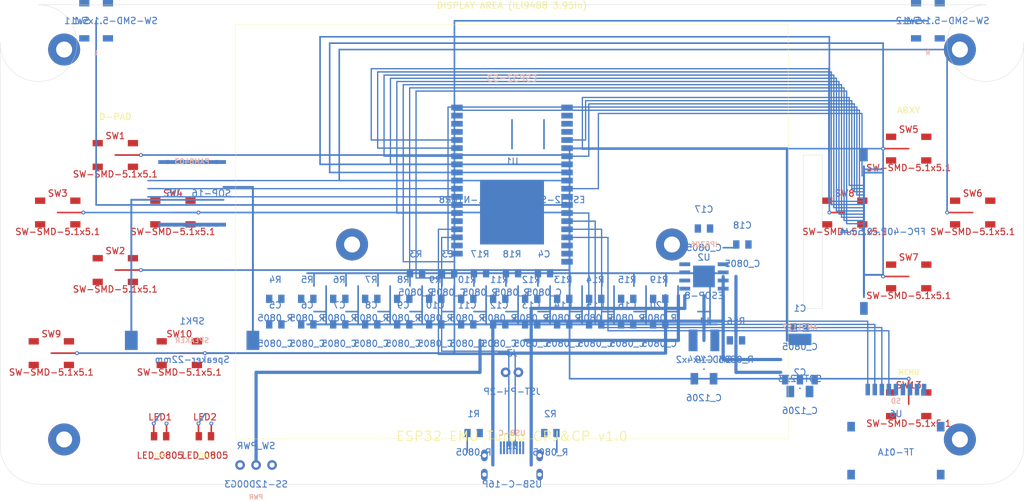
<source format=kicad_pcb>
(kicad_pcb (version 20241229) (generator "pcbnew") (generator_version "9.0")
  (layers (0 "F.Cu" signal) (4 "In1.Cu" signal) (6 "In2.Cu" signal) (2 "B.Cu" signal) (13 "F.Paste" user) (15 "B.Paste" user) (5 "F.SilkS" user "F.Silkscreen") (7 "B.SilkS" user "B.Silkscreen") (1 "F.Mask" user) (3 "B.Mask" user) (25 "Edge.Cuts" user))
  (net 0 "")
  (net 1 "GND")
  (net 2 "VBUS")
  (net 3 "+5V")
  (net 4 "+3V3")
  (net 5 "BAT+")
  (net 6 "LCD_D0")
  (net 7 "LCD_D1")
  (net 8 "LCD_D2")
  (net 9 "LCD_D3")
  (net 10 "LCD_D4")
  (net 11 "LCD_D5")
  (net 12 "LCD_D6")
  (net 13 "LCD_D7")
  (net 14 "LCD_CS")
  (net 15 "LCD_RST")
  (net 16 "LCD_DC")
  (net 17 "LCD_WR")
  (net 18 "LCD_RD")
  (net 19 "LCD_BL")
  (net 20 "SD_MOSI")
  (net 21 "SD_MISO")
  (net 22 "SD_CLK")
  (net 23 "SD_CS")
  (net 24 "I2S_BCLK")
  (net 25 "I2S_LRCK")
  (net 26 "I2S_DOUT")
  (net 27 "BTN_UP")
  (net 28 "BTN_DOWN")
  (net 29 "BTN_LEFT")
  (net 30 "BTN_RIGHT")
  (net 31 "BTN_A")
  (net 32 "BTN_B")
  (net 33 "BTN_X")
  (net 34 "BTN_Y")
  (net 35 "BTN_START")
  (net 36 "BTN_SELECT")
  (net 37 "BTN_L")
  (net 38 "BTN_R")
  (net 39 "BTN_MENU")
  (net 40 "USB_D+")
  (net 41 "USB_D-")
  (net 42 "SPK+")
  (net 43 "SPK-")
  (net 44 "JOY_X")
  (net 45 "JOY_Y")
  (gr_line (start 6.0 0) (end 154.0 0) (stroke (width 0.05)) (layer "Edge.Cuts"))
  (gr_line (start 160.0 6.0) (end 160.0 69.0) (stroke (width 0.05)) (layer "Edge.Cuts"))
  (gr_line (start 154.0 75.0) (end 6.0 75.0) (stroke (width 0.05)) (layer "Edge.Cuts"))
  (gr_line (start 0 69.0) (end 0 6.0) (stroke (width 0.05)) (layer "Edge.Cuts"))
  (gr_arc (start 0 6.0) (mid 10.242640687119284 1.7573593128807143) (end 6.0 0) (stroke (width 0.05)) (layer "Edge.Cuts"))
  (gr_arc (start 154.0 0) (mid 158.2426406871193 10.242640687119284) (end 160.0 6.0) (stroke (width 0.05)) (layer "Edge.Cuts"))
  (gr_arc (start 160.0 69.0) (mid 158.2426406871193 73.24264068711929) (end 154.0 75.0) (stroke (width 0.05)) (layer "Edge.Cuts"))
  (gr_arc (start 6.0 75.0) (mid 1.7573593128807143 73.24264068711929) (end 0 69.0) (stroke (width 0.05)) (layer "Edge.Cuts"))
  (gr_line (start 125.5 23.5) (end 128.5 23.5) (stroke (width 0.05)) (layer "Edge.Cuts"))
  (gr_line (start 128.5 23.5) (end 128.5 47.5) (stroke (width 0.05)) (layer "Edge.Cuts"))
  (gr_line (start 128.5 47.5) (end 125.5 47.5) (stroke (width 0.05)) (layer "Edge.Cuts"))
  (gr_line (start 125.5 47.5) (end 125.5 23.5) (stroke (width 0.05)) (layer "Edge.Cuts"))
  (footprint "MountingHole:MountingHole_2.5mm" (layer "F.Cu") (at 10.0 7.0)
    (property "Reference" "")
    (property "Value" "")
  )
  (footprint "MountingHole:MountingHole_2.5mm" (layer "F.Cu") (at 150.0 7.0)
    (property "Reference" "")
    (property "Value" "")
  )
  (footprint "MountingHole:MountingHole_2.5mm" (layer "F.Cu") (at 10.0 68.0)
    (property "Reference" "")
    (property "Value" "")
  )
  (footprint "MountingHole:MountingHole_2.5mm" (layer "F.Cu") (at 150.0 68.0)
    (property "Reference" "")
    (property "Value" "")
  )
  (footprint "MountingHole:MountingHole_2.5mm" (layer "F.Cu") (at 55.0 37.5)
    (property "Reference" "")
    (property "Value" "")
  )
  (footprint "MountingHole:MountingHole_2.5mm" (layer "F.Cu") (at 105.0 37.5)
    (property "Reference" "")
    (property "Value" "")
  )
  (gr_line (start 36.8 3.1000000000000014) (end 123.2 3.1000000000000014) (stroke (width 0.05)) (layer "F.SilkS"))
  (gr_line (start 123.2 3.1000000000000014) (end 123.2 67.9) (stroke (width 0.05)) (layer "F.SilkS"))
  (gr_line (start 123.2 67.9) (end 36.8 67.9) (stroke (width 0.05)) (layer "F.SilkS"))
  (gr_line (start 36.8 67.9) (end 36.8 3.1000000000000014) (stroke (width 0.05)) (layer "F.SilkS"))
  (gr_text "DISPLAY AREA (ILI9488 3.95in)" (at 80.0 0.10000000000000142) (layer "F.SilkS") (effects (font (size 1.0 1.0))))
  (gr_text "ESP32 EMU Turbo CPJ&CP v1.0" (at 80.0 67.5) (layer "F.SilkS") (effects (font (size 1.5 1.5))))
  (gr_text "D-PAD" (at 18.0 17.5) (layer "F.SilkS") (effects (font (size 1.0 1.0))))
  (gr_text "ABXY" (at 142.0 16.5) (layer "F.SilkS") (effects (font (size 1.0 1.0))))
  (gr_text "MENU" (at 142.0 57.5) (layer "F.SilkS") (effects (font (size 0.8 0.8))))
  (gr_text "CHG" (at 25.0 70.5) (layer "F.SilkS") (effects (font (size 0.6 0.6))))
  (gr_text "FULL" (at 32.0 70.5) (layer "F.SilkS") (effects (font (size 0.6 0.6))))
  (gr_text "ESP32-S3" (at 80.0 11.5) (layer "B.SilkS") (effects (font (size 1.0 1.0)) (justify mirror)))
  (gr_text "IP5306" (at 110.0 37.5) (layer "B.SilkS") (effects (font (size 0.8 0.8)) (justify mirror)))
  (gr_text "AMS1117" (at 125.0 50.5) (layer "B.SilkS") (effects (font (size 0.8 0.8)) (justify mirror)))
  (gr_text "PAM8403" (at 30.0 24.5) (layer "B.SilkS") (effects (font (size 0.8 0.8)) (justify mirror)))
  (gr_text "USB-C" (at 80.0 67.0) (layer "B.SilkS") (effects (font (size 0.8 0.8)) (justify mirror)))
  (gr_text "SD" (at 140.0 62.0) (layer "B.SilkS") (effects (font (size 0.8 0.8)) (justify mirror)))
  (gr_text "PWR" (at 40.0 77.0) (layer "B.SilkS") (effects (font (size 0.7 0.7)) (justify mirror)))
  (gr_text "SPEAKER" (at 30.0 52.5) (layer "B.SilkS") (effects (font (size 0.8 0.8)) (justify mirror)))
  (gr_text "L" (at 15.0 7.5) (layer "B.SilkS") (effects (font (size 0.7 0.7)) (justify mirror)))
  (gr_text "R" (at 145.0 7.5) (layer "B.SilkS") (effects (font (size 0.7 0.7)) (justify mirror)))
  (footprint "SW-SMD-5.1x5.1" (at 18.0 23.5 0) (layer "F.Cu")
    (property "Reference" "SW1")
    (property "Value" "SW-SMD-5.1x5.1")
  )
  (footprint "SW-SMD-5.1x5.1" (at 18.0 41.5 0) (layer "F.Cu")
    (property "Reference" "SW2")
    (property "Value" "SW-SMD-5.1x5.1")
  )
  (footprint "SW-SMD-5.1x5.1" (at 9.0 32.5 0) (layer "F.Cu")
    (property "Reference" "SW3")
    (property "Value" "SW-SMD-5.1x5.1")
  )
  (footprint "SW-SMD-5.1x5.1" (at 27.0 32.5 0) (layer "F.Cu")
    (property "Reference" "SW4")
    (property "Value" "SW-SMD-5.1x5.1")
  )
  (footprint "SW-SMD-5.1x5.1" (at 142.0 22.5 0) (layer "F.Cu")
    (property "Reference" "SW5")
    (property "Value" "SW-SMD-5.1x5.1")
  )
  (footprint "SW-SMD-5.1x5.1" (at 152.0 32.5 0) (layer "F.Cu")
    (property "Reference" "SW6")
    (property "Value" "SW-SMD-5.1x5.1")
  )
  (footprint "SW-SMD-5.1x5.1" (at 142.0 42.5 0) (layer "F.Cu")
    (property "Reference" "SW7")
    (property "Value" "SW-SMD-5.1x5.1")
  )
  (footprint "SW-SMD-5.1x5.1" (at 132.0 32.5 0) (layer "F.Cu")
    (property "Reference" "SW8")
    (property "Value" "SW-SMD-5.1x5.1")
  )
  (footprint "SW-SMD-5.1x5.1" (at 8.0 54.5 0) (layer "F.Cu")
    (property "Reference" "SW9")
    (property "Value" "SW-SMD-5.1x5.1")
  )
  (footprint "SW-SMD-5.1x5.1" (at 28.0 54.5 0) (layer "F.Cu")
    (property "Reference" "SW10")
    (property "Value" "SW-SMD-5.1x5.1")
  )
  (footprint "SW-SMD-5.1x5.1" (at 142.0 62.5 0) (layer "F.Cu")
    (property "Reference" "SW13")
    (property "Value" "SW-SMD-5.1x5.1")
  )
  (footprint "LED_0805" (at 25.0 67.5 0) (layer "F.Cu")
    (property "Reference" "LED1")
    (property "Value" "LED_0805")
  )
  (footprint "LED_0805" (at 32.0 67.5 0) (layer "F.Cu")
    (property "Reference" "LED2")
    (property "Value" "LED_0805")
  )
  (footprint "ESP32-S3-WROOM-1-N16R8" (at 80.0 27.5 0) (layer "B.Cu")
    (property "Reference" "U1")
    (property "Value" "ESP32-S3-WROOM-1-N16R8")
  )
  (footprint "SW-SMD-5.1x5.1" (at 15.0 2.5 90) (layer "B.Cu")
    (property "Reference" "SW11")
    (property "Value" "SW-SMD-5.1x5.1")
  )
  (footprint "SW-SMD-5.1x5.1" (at 145.0 2.5 90) (layer "B.Cu")
    (property "Reference" "SW12")
    (property "Value" "SW-SMD-5.1x5.1")
  )
  (footprint "FPC-40P-0.5mm" (at 135.0 35.5 90) (layer "B.Cu")
    (property "Reference" "J4")
    (property "Value" "FPC-40P-0.5mm")
  )
  (footprint "USB-C-16P" (at 80.0 72.0 0) (layer "B.Cu")
    (property "Reference" "J1")
    (property "Value" "USB-C-16P")
  )
  (footprint "TF-01A" (at 140.0 67.0 0) (layer "B.Cu")
    (property "Reference" "U6")
    (property "Value" "TF-01A")
  )
  (footprint "SS-12D00G3" (at 40.0 72.0 0) (layer "B.Cu")
    (property "Reference" "SW_PWR")
    (property "Value" "SS-12D00G3")
  )
  (footprint "Speaker-22mm" (at 30.0 52.5 0) (layer "B.Cu")
    (property "Reference" "SPK1")
    (property "Value" "Speaker-22mm")
  )
  (footprint "ESOP-8" (at 110.0 42.5 0) (layer "B.Cu")
    (property "Reference" "U2")
    (property "Value" "ESOP-8")
  )
  (footprint "SOT-223" (at 125.0 55.5 0) (layer "B.Cu")
    (property "Reference" "U3")
    (property "Value" "SOT-223")
  )
  (footprint "SOP-16" (at 30.0 29.5 90) (layer "B.Cu")
    (property "Reference" "U5")
    (property "Value" "SOP-16")
  )
  (footprint "SMD-4x4x2" (at 110.0 52.5 0) (layer "B.Cu")
    (property "Reference" "L1")
    (property "Value" "SMD-4x4x2")
  )
  (footprint "JST-PH-2P" (at 80.0 57.5 0) (layer "B.Cu")
    (property "Reference" "J3")
    (property "Value" "JST-PH-2P")
  )
  (footprint "R_0805" (at 74.0 67.0 0) (layer "B.Cu")
    (property "Reference" "R1")
    (property "Value" "R_0805")
  )
  (footprint "R_0805" (at 86.0 67.0 0) (layer "B.Cu")
    (property "Reference" "R2")
    (property "Value" "R_0805")
  )
  (footprint "R_0805" (at 65 42 0) (layer "B.Cu")
    (property "Reference" "R3")
    (property "Value" "R_0805")
  )
  (footprint "C_0805" (at 70 42 0) (layer "B.Cu")
    (property "Reference" "C3")
    (property "Value" "C_0805")
  )
  (footprint "R_0805" (at 75 42 0) (layer "B.Cu")
    (property "Reference" "R17")
    (property "Value" "R_0805")
  )
  (footprint "R_0805" (at 80 42 0) (layer "B.Cu")
    (property "Reference" "R18")
    (property "Value" "R_0805")
  )
  (footprint "C_0805" (at 85 42 0) (layer "B.Cu")
    (property "Reference" "C4")
    (property "Value" "C_0805")
  )
  (footprint "R_0805" (at 43 46 0) (layer "B.Cu")
    (property "Reference" "R4")
    (property "Value" "R_0805")
  )
  (footprint "R_0805" (at 48 46 0) (layer "B.Cu")
    (property "Reference" "R5")
    (property "Value" "R_0805")
  )
  (footprint "R_0805" (at 53 46 0) (layer "B.Cu")
    (property "Reference" "R6")
    (property "Value" "R_0805")
  )
  (footprint "R_0805" (at 58 46 0) (layer "B.Cu")
    (property "Reference" "R7")
    (property "Value" "R_0805")
  )
  (footprint "R_0805" (at 63 46 0) (layer "B.Cu")
    (property "Reference" "R8")
    (property "Value" "R_0805")
  )
  (footprint "R_0805" (at 68 46 0) (layer "B.Cu")
    (property "Reference" "R9")
    (property "Value" "R_0805")
  )
  (footprint "R_0805" (at 73 46 0) (layer "B.Cu")
    (property "Reference" "R10")
    (property "Value" "R_0805")
  )
  (footprint "R_0805" (at 78 46 0) (layer "B.Cu")
    (property "Reference" "R11")
    (property "Value" "R_0805")
  )
  (footprint "R_0805" (at 83 46 0) (layer "B.Cu")
    (property "Reference" "R12")
    (property "Value" "R_0805")
  )
  (footprint "R_0805" (at 88 46 0) (layer "B.Cu")
    (property "Reference" "R13")
    (property "Value" "R_0805")
  )
  (footprint "R_0805" (at 93 46 0) (layer "B.Cu")
    (property "Reference" "R14")
    (property "Value" "R_0805")
  )
  (footprint "R_0805" (at 98 46 0) (layer "B.Cu")
    (property "Reference" "R15")
    (property "Value" "R_0805")
  )
  (footprint "R_0805" (at 103 46 0) (layer "B.Cu")
    (property "Reference" "R19")
    (property "Value" "R_0805")
  )
  (footprint "R_0805" (at 115.0 52.5 0) (layer "B.Cu")
    (property "Reference" "R16")
    (property "Value" "R_0805")
  )
  (footprint "C_0805" (at 43 50 0) (layer "B.Cu")
    (property "Reference" "C5")
    (property "Value" "C_0805")
  )
  (footprint "C_0805" (at 48 50 0) (layer "B.Cu")
    (property "Reference" "C6")
    (property "Value" "C_0805")
  )
  (footprint "C_0805" (at 53 50 0) (layer "B.Cu")
    (property "Reference" "C7")
    (property "Value" "C_0805")
  )
  (footprint "C_0805" (at 58 50 0) (layer "B.Cu")
    (property "Reference" "C8")
    (property "Value" "C_0805")
  )
  (footprint "C_0805" (at 63 50 0) (layer "B.Cu")
    (property "Reference" "C9")
    (property "Value" "C_0805")
  )
  (footprint "C_0805" (at 68 50 0) (layer "B.Cu")
    (property "Reference" "C10")
    (property "Value" "C_0805")
  )
  (footprint "C_0805" (at 73 50 0) (layer "B.Cu")
    (property "Reference" "C11")
    (property "Value" "C_0805")
  )
  (footprint "C_0805" (at 78 50 0) (layer "B.Cu")
    (property "Reference" "C12")
    (property "Value" "C_0805")
  )
  (footprint "C_0805" (at 83 50 0) (layer "B.Cu")
    (property "Reference" "C13")
    (property "Value" "C_0805")
  )
  (footprint "C_0805" (at 88 50 0) (layer "B.Cu")
    (property "Reference" "C14")
    (property "Value" "C_0805")
  )
  (footprint "C_0805" (at 93 50 0) (layer "B.Cu")
    (property "Reference" "C15")
    (property "Value" "C_0805")
  )
  (footprint "C_0805" (at 98 50 0) (layer "B.Cu")
    (property "Reference" "C16")
    (property "Value" "C_0805")
  )
  (footprint "C_0805" (at 103 50 0) (layer "B.Cu")
    (property "Reference" "C20")
    (property "Value" "C_0805")
  )
  (footprint "C_0805" (at 110 35 0) (layer "B.Cu")
    (property "Reference" "C17")
    (property "Value" "C_0805")
  )
  (footprint "C_0805" (at 116.0 37.5 0) (layer "B.Cu")
    (property "Reference" "C18")
    (property "Value" "C_0805")
  )
  (footprint "C_1206" (at 110.0 58.5 0) (layer "B.Cu")
    (property "Reference" "C19")
    (property "Value" "C_1206")
  )
  (footprint "C_0805" (at 125.0 50.5 0) (layer "B.Cu")
    (property "Reference" "C1")
    (property "Value" "C_0805")
  )
  (footprint "C_1206" (at 125.0 60.5 0) (layer "B.Cu")
    (property "Reference" "C2")
    (property "Value" "C_1206")
  )
  (segment (start 83.0 72.0) (end 83.0 47.5) (width 0.5) (layer "B.Cu") (net 2))
  (segment (start 83.0 47.5) (end 107.0 47.5) (width 0.5) (layer "B.Cu") (net 2))
  (segment (start 107.0 47.5) (end 107.0 45.5) (width 0.5) (layer "B.Cu") (net 2))
  (segment (start 77.0 72.0) (end 77.0 49.5) (width 0.5) (layer "B.Cu") (net 1))
  (segment (start 77.0 49.5) (end 113.0 49.5) (width 0.5) (layer "B.Cu") (net 1))
  (segment (start 113.0 49.5) (end 113.0 45.5) (width 0.5) (layer "B.Cu") (net 1))
  (segment (start 110.0 45.5) (end 110.0 52.5) (width 0.5) (layer "B.Cu") (net 3))
  (segment (start 110.0 52.5) (end 110.0 52.5) (width 0.5) (layer "B.Cu") (net 3))
  (segment (start 113.0 42.5) (end 113.0 55.5) (width 0.5) (layer "B.Cu") (net 3))
  (segment (start 113.0 55.5) (end 122.0 55.5) (width 0.5) (layer "B.Cu") (net 3))
  (segment (start 115.0 42.5) (end 115.0 57.5) (width 0.5) (layer "B.Cu") (net 1))
  (segment (start 115.0 57.5) (end 122.0 57.5) (width 0.5) (layer "B.Cu") (net 1))
  (segment (start 125.0 52.5) (end 123.0 52.5) (width 0.4) (layer "B.Cu") (net 4))
  (segment (start 123.0 52.5) (end 123.0 22.5) (width 0.4) (layer "B.Cu") (net 4))
  (segment (start 123.0 22.5) (end 91.0 22.5) (width 0.4) (layer "B.Cu") (net 4))
  (segment (start 106.0 45.5) (end 106.0 52.5) (width 0.5) (layer "B.Cu") (net 5))
  (segment (start 106.0 52.5) (end 82.0 52.5) (width 0.5) (layer "B.Cu") (net 5))
  (segment (start 104.0 45.5) (end 104.0 54.5) (width 0.5) (layer "B.Cu") (net 1))
  (segment (start 104.0 54.5) (end 78.0 54.5) (width 0.5) (layer "B.Cu") (net 1))
  (segment (start 40.0 72.0) (end 40.0 57.5) (width 0.5) (layer "B.Cu") (net 5))
  (segment (start 40.0 57.5) (end 75.0 57.5) (width 0.5) (layer "B.Cu") (net 5))
  (segment (start 75.0 57.5) (end 75.0 52.5) (width 0.5) (layer "B.Cu") (net 5))
  (segment (start 71.0 21.15) (end 58.0 21.15) (width 0.2) (layer "B.Cu") (net 6))
  (segment (start 58.0 21.15) (end 58.0 10.0) (width 0.2) (layer "B.Cu") (net 6))
  (segment (start 58.0 10.0) (end 129.5 10.0) (width 0.2) (layer "B.Cu") (net 6))
  (segment (start 129.5 10.0) (end 129.5 30.75) (width 0.2) (layer "B.Cu") (net 6))
  (segment (start 129.5 30.75) (end 135.0 30.75) (width 0.2) (layer "B.Cu") (net 6))
  (segment (start 71.0 22.42) (end 59.0 22.42) (width 0.2) (layer "B.Cu") (net 7))
  (segment (start 59.0 22.42) (end 59.0 10.5) (width 0.2) (layer "B.Cu") (net 7))
  (segment (start 59.0 10.5) (end 129.9 10.5) (width 0.2) (layer "B.Cu") (net 7))
  (segment (start 129.9 10.5) (end 129.9 31.25) (width 0.2) (layer "B.Cu") (net 7))
  (segment (start 129.9 31.25) (end 135.0 31.25) (width 0.2) (layer "B.Cu") (net 7))
  (segment (start 71.0 23.69) (end 60.0 23.69) (width 0.2) (layer "B.Cu") (net 8))
  (segment (start 60.0 23.69) (end 60.0 11.0) (width 0.2) (layer "B.Cu") (net 8))
  (segment (start 60.0 11.0) (end 130.3 11.0) (width 0.2) (layer "B.Cu") (net 8))
  (segment (start 130.3 11.0) (end 130.3 31.75) (width 0.2) (layer "B.Cu") (net 8))
  (segment (start 130.3 31.75) (end 135.0 31.75) (width 0.2) (layer "B.Cu") (net 8))
  (segment (start 71.0 24.96) (end 61.0 24.96) (width 0.2) (layer "B.Cu") (net 9))
  (segment (start 61.0 24.96) (end 61.0 11.5) (width 0.2) (layer "B.Cu") (net 9))
  (segment (start 61.0 11.5) (end 130.7 11.5) (width 0.2) (layer "B.Cu") (net 9))
  (segment (start 130.7 11.5) (end 130.7 32.25) (width 0.2) (layer "B.Cu") (net 9))
  (segment (start 130.7 32.25) (end 135.0 32.25) (width 0.2) (layer "B.Cu") (net 9))
  (segment (start 71.0 32.58) (end 62.0 32.58) (width 0.2) (layer "B.Cu") (net 10))
  (segment (start 62.0 32.58) (end 62.0 12.0) (width 0.2) (layer "B.Cu") (net 10))
  (segment (start 62.0 12.0) (end 131.1 12.0) (width 0.2) (layer "B.Cu") (net 10))
  (segment (start 131.1 12.0) (end 131.1 32.75) (width 0.2) (layer "B.Cu") (net 10))
  (segment (start 131.1 32.75) (end 135.0 32.75) (width 0.2) (layer "B.Cu") (net 10))
  (segment (start 71.0 40.2) (end 63.0 40.2) (width 0.2) (layer "B.Cu") (net 11))
  (segment (start 63.0 40.2) (end 63.0 12.5) (width 0.2) (layer "B.Cu") (net 11))
  (segment (start 63.0 12.5) (end 131.5 12.5) (width 0.2) (layer "B.Cu") (net 11))
  (segment (start 131.5 12.5) (end 131.5 33.25) (width 0.2) (layer "B.Cu") (net 11))
  (segment (start 131.5 33.25) (end 135.0 33.25) (width 0.2) (layer "B.Cu") (net 11))
  (segment (start 71.0 41.47) (end 64.0 41.47) (width 0.2) (layer "B.Cu") (net 12))
  (segment (start 64.0 41.47) (end 64.0 13.0) (width 0.2) (layer "B.Cu") (net 12))
  (segment (start 64.0 13.0) (end 131.9 13.0) (width 0.2) (layer "B.Cu") (net 12))
  (segment (start 131.9 13.0) (end 131.9 33.75) (width 0.2) (layer "B.Cu") (net 12))
  (segment (start 131.9 33.75) (end 135.0 33.75) (width 0.2) (layer "B.Cu") (net 12))
  (segment (start 71.0 42.74) (end 65.0 42.74) (width 0.2) (layer "B.Cu") (net 13))
  (segment (start 65.0 42.74) (end 65.0 13.5) (width 0.2) (layer "B.Cu") (net 13))
  (segment (start 65.0 13.5) (end 132.3 13.5) (width 0.2) (layer "B.Cu") (net 13))
  (segment (start 132.3 13.5) (end 132.3 34.25) (width 0.2) (layer "B.Cu") (net 13))
  (segment (start 132.3 34.25) (end 135.0 34.25) (width 0.2) (layer "B.Cu") (net 13))
  (segment (start 89.0 22.42) (end 91.0 22.42) (width 0.2) (layer "B.Cu") (net 15))
  (segment (start 91.0 22.42) (end 91.0 14.5) (width 0.2) (layer "B.Cu") (net 15))
  (segment (start 91.0 14.5) (end 132.7 14.5) (width 0.2) (layer "B.Cu") (net 15))
  (segment (start 132.7 14.5) (end 132.7 28.25) (width 0.2) (layer "B.Cu") (net 15))
  (segment (start 132.7 28.25) (end 135.0 28.25) (width 0.2) (layer "B.Cu") (net 15))
  (segment (start 89.0 21.15) (end 91.5 21.15) (width 0.2) (layer "B.Cu") (net 14))
  (segment (start 91.5 21.15) (end 91.5 15.0) (width 0.2) (layer "B.Cu") (net 14))
  (segment (start 91.5 15.0) (end 133.1 15.0) (width 0.2) (layer "B.Cu") (net 14))
  (segment (start 133.1 15.0) (end 133.1 28.75) (width 0.2) (layer "B.Cu") (net 14))
  (segment (start 133.1 28.75) (end 135.0 28.75) (width 0.2) (layer "B.Cu") (net 14))
  (segment (start 89.0 23.69) (end 92.0 23.69) (width 0.2) (layer "B.Cu") (net 16))
  (segment (start 92.0 23.69) (end 92.0 15.5) (width 0.2) (layer "B.Cu") (net 16))
  (segment (start 92.0 15.5) (end 133.5 15.5) (width 0.2) (layer "B.Cu") (net 16))
  (segment (start 133.5 15.5) (end 133.5 29.25) (width 0.2) (layer "B.Cu") (net 16))
  (segment (start 133.5 29.25) (end 135.0 29.25) (width 0.2) (layer "B.Cu") (net 16))
  (segment (start 71.0 38.93) (end 70.0 38.93) (width 0.2) (layer "B.Cu") (net 17))
  (segment (start 70.0 38.93) (end 70.0 16.0) (width 0.2) (layer "B.Cu") (net 17))
  (segment (start 70.0 16.0) (end 133.9 16.0) (width 0.2) (layer "B.Cu") (net 17))
  (segment (start 133.9 16.0) (end 133.9 29.75) (width 0.2) (layer "B.Cu") (net 17))
  (segment (start 133.9 29.75) (end 135.0 29.75) (width 0.2) (layer "B.Cu") (net 17))
  (segment (start 71.0 37.66) (end 71.0 37.66) (width 0.2) (layer "B.Cu") (net 18))
  (segment (start 71.0 37.66) (end 71.0 16.5) (width 0.2) (layer "B.Cu") (net 18))
  (segment (start 71.0 16.5) (end 134.3 16.5) (width 0.2) (layer "B.Cu") (net 18))
  (segment (start 134.3 16.5) (end 134.3 30.25) (width 0.2) (layer "B.Cu") (net 18))
  (segment (start 134.3 30.25) (end 135.0 30.25) (width 0.2) (layer "B.Cu") (net 18))
  (segment (start 89.0 28.77) (end 93.5 28.77) (width 0.2) (layer "B.Cu") (net 19))
  (segment (start 93.5 28.77) (end 93.5 17.0) (width 0.2) (layer "B.Cu") (net 19))
  (segment (start 93.5 17.0) (end 134.7 17.0) (width 0.2) (layer "B.Cu") (net 19))
  (segment (start 134.7 17.0) (end 134.7 26.75) (width 0.2) (layer "B.Cu") (net 19))
  (segment (start 134.7 26.75) (end 135.0 26.75) (width 0.2) (layer "B.Cu") (net 19))
  (segment (start 135.0 42.25) (end 138.0 42.25) (width 0.3) (layer "B.Cu") (net 4))
  (segment (start 135.0 25.75) (end 138.0 25.75) (width 0.3) (layer "B.Cu") (net 1))
  (segment (start 135.0 26.25) (end 138.0 26.25) (width 0.3) (layer "B.Cu") (net 1))
  (segment (start 89.0 32.58) (end 92.0 32.58) (width 0.2) (layer "B.Cu") (net 20))
  (segment (start 92.0 32.58) (end 92.0 49.5) (width 0.2) (layer "B.Cu") (net 20))
  (segment (start 92.0 49.5) (end 135.6 49.5) (width 0.2) (layer "B.Cu") (net 20))
  (segment (start 135.6 49.5) (end 135.6 60.2) (width 0.2) (layer "B.Cu") (net 20))
  (segment (start 89.0 33.85) (end 93.0 33.85) (width 0.2) (layer "B.Cu") (net 21))
  (segment (start 93.0 33.85) (end 93.0 50.0) (width 0.2) (layer "B.Cu") (net 21))
  (segment (start 93.0 50.0) (end 136.7 50.0) (width 0.2) (layer "B.Cu") (net 21))
  (segment (start 136.7 50.0) (end 136.7 60.2) (width 0.2) (layer "B.Cu") (net 21))
  (segment (start 89.0 35.12) (end 94.0 35.12) (width 0.2) (layer "B.Cu") (net 22))
  (segment (start 94.0 35.12) (end 94.0 50.5) (width 0.2) (layer "B.Cu") (net 22))
  (segment (start 94.0 50.5) (end 137.79999999999998 50.5) (width 0.2) (layer "B.Cu") (net 22))
  (segment (start 137.79999999999998 50.5) (end 137.79999999999998 60.2) (width 0.2) (layer "B.Cu") (net 22))
  (segment (start 89.0 36.39) (end 95.0 36.39) (width 0.2) (layer "B.Cu") (net 23))
  (segment (start 95.0 36.39) (end 95.0 51.0) (width 0.2) (layer "B.Cu") (net 23))
  (segment (start 95.0 51.0) (end 138.9 51.0) (width 0.2) (layer "B.Cu") (net 23))
  (segment (start 138.9 51.0) (end 138.9 60.2) (width 0.2) (layer "B.Cu") (net 23))
  (segment (start 71.0 27.5) (end 68.0 27.5) (width 0.2) (layer "B.Cu") (net 24))
  (segment (start 68.0 27.5) (end 23.1 27.5) (width 0.2) (layer "B.Cu") (net 24))
  (segment (start 23.1 27.5) (end 23.1 27.5) (width 0.2) (layer "B.Cu") (net 24))
  (segment (start 23.1 27.5) (end 25.1 27.5) (width 0.2) (layer "B.Cu") (net 24))
  (segment (start 71.0 28.77) (end 68.0 28.77) (width 0.2) (layer "B.Cu") (net 25))
  (segment (start 68.0 28.77) (end 23.1 28.77) (width 0.2) (layer "B.Cu") (net 25))
  (segment (start 23.1 28.77) (end 23.1 28.77) (width 0.2) (layer "B.Cu") (net 25))
  (segment (start 23.1 28.77) (end 25.1 28.77) (width 0.2) (layer "B.Cu") (net 25))
  (segment (start 71.0 30.04) (end 68.0 30.04) (width 0.2) (layer "B.Cu") (net 26))
  (segment (start 68.0 30.04) (end 23.1 30.04) (width 0.2) (layer "B.Cu") (net 26))
  (segment (start 23.1 30.04) (end 23.1 30.04) (width 0.2) (layer "B.Cu") (net 26))
  (segment (start 23.1 30.04) (end 25.1 30.04) (width 0.2) (layer "B.Cu") (net 26))
  (segment (start 34.9 28.5) (end 39.5 28.5) (width 0.3) (layer "B.Cu") (net 42))
  (segment (start 39.5 28.5) (end 39.5 52.5) (width 0.3) (layer "B.Cu") (net 42))
  (segment (start 34.9 30.5) (end 20.5 30.5) (width 0.3) (layer "B.Cu") (net 43))
  (segment (start 20.5 30.5) (end 20.5 52.5) (width 0.3) (layer "B.Cu") (net 43))
  (segment (start 79.5 69.0) (end 79.5 54.195) (width 0.2) (layer "B.Cu") (net 40))
  (segment (start 79.5 54.195) (end 69.0 54.195) (width 0.2) (layer "B.Cu") (net 40))
  (segment (start 69.0 54.195) (end 69.0 36.39) (width 0.2) (layer "B.Cu") (net 40))
  (segment (start 69.0 36.39) (end 71.0 36.39) (width 0.2) (layer "B.Cu") (net 40))
  (segment (start 80.5 69.0) (end 80.5 54.695) (width 0.2) (layer "B.Cu") (net 41))
  (segment (start 80.5 54.695) (end 68.5 54.695) (width 0.2) (layer "B.Cu") (net 41))
  (segment (start 68.5 54.695) (end 68.5 35.12) (width 0.2) (layer "B.Cu") (net 41))
  (segment (start 68.5 35.12) (end 71.0 35.12) (width 0.2) (layer "B.Cu") (net 41))
  (segment (start 73.0 67.0) (end 73.0 70.0) (width 0.25) (layer "B.Cu") (net 1))
  (segment (start 87.0 67.0) (end 87.0 70.0) (width 0.25) (layer "B.Cu") (net 1))
  (segment (start 18.0 23.5) (end 22.0 23.5) (width 0.25) (layer "F.Cu") (net 27))
  (via (at 22.0 23.5) (size 0.6) (drill 0.3) (layers "F.Cu" "B.Cu") (net 27))
  (segment (start 22.0 23.5) (end 89.0 23.5) (width 0.25) (layer "B.Cu") (net 27))
  (segment (start 89.0 23.5) (end 89.0 37.66) (width 0.25) (layer "B.Cu") (net 27))
  (segment (start 18.0 41.5) (end 22.0 41.5) (width 0.25) (layer "F.Cu") (net 28))
  (via (at 22.0 41.5) (size 0.6) (drill 0.3) (layers "F.Cu" "B.Cu") (net 28))
  (segment (start 22.0 41.5) (end 89.0 41.5) (width 0.25) (layer "B.Cu") (net 28))
  (segment (start 89.0 41.5) (end 89.0 38.93) (width 0.25) (layer "B.Cu") (net 28))
  (segment (start 9.0 32.5) (end 13.0 32.5) (width 0.25) (layer "F.Cu") (net 29))
  (via (at 13.0 32.5) (size 0.6) (drill 0.3) (layers "F.Cu" "B.Cu") (net 29))
  (segment (start 13.0 32.5) (end 89.0 32.5) (width 0.25) (layer "B.Cu") (net 29))
  (segment (start 89.0 32.5) (end 89.0 40.2) (width 0.25) (layer "B.Cu") (net 29))
  (segment (start 27.0 32.5) (end 31.0 32.5) (width 0.25) (layer "F.Cu") (net 30))
  (via (at 31.0 32.5) (size 0.6) (drill 0.3) (layers "F.Cu" "B.Cu") (net 30))
  (segment (start 31.0 32.5) (end 89.0 32.5) (width 0.25) (layer "B.Cu") (net 30))
  (segment (start 89.0 32.5) (end 89.0 42.74) (width 0.25) (layer "B.Cu") (net 30))
  (segment (start 142.0 22.5) (end 138.0 22.5) (width 0.25) (layer "F.Cu") (net 31))
  (via (at 138.0 22.5) (size 0.6) (drill 0.3) (layers "F.Cu" "B.Cu") (net 31))
  (segment (start 138.0 22.5) (end 89.0 22.5) (width 0.25) (layer "B.Cu") (net 31))
  (segment (start 89.0 22.5) (end 89.0 44.010000000000005) (width 0.25) (layer "B.Cu") (net 31))
  (segment (start 152.0 32.5) (end 148.0 32.5) (width 0.25) (layer "F.Cu") (net 32))
  (via (at 148.0 32.5) (size 0.6) (drill 0.3) (layers "F.Cu" "B.Cu") (net 32))
  (segment (start 148.0 32.5) (end 148.0 7.0) (width 0.25) (layer "B.Cu") (net 32))
  (segment (start 148.0 7.0) (end 53.0 7.0) (width 0.25) (layer "B.Cu") (net 32))
  (segment (start 53.0 7.0) (end 53.0 27.5) (width 0.25) (layer "B.Cu") (net 32))
  (segment (start 53.0 27.5) (end 89.0 27.5) (width 0.25) (layer "B.Cu") (net 32))
  (segment (start 142.0 42.5) (end 138.0 42.5) (width 0.25) (layer "F.Cu") (net 33))
  (via (at 138.0 42.5) (size 0.6) (drill 0.3) (layers "F.Cu" "B.Cu") (net 33))
  (segment (start 138.0 42.5) (end 138.0 6.0) (width 0.25) (layer "B.Cu") (net 33))
  (segment (start 138.0 6.0) (end 51.5 6.0) (width 0.25) (layer "B.Cu") (net 33))
  (segment (start 51.5 6.0) (end 51.5 26.23) (width 0.25) (layer "B.Cu") (net 33))
  (segment (start 51.5 26.23) (end 89.0 26.23) (width 0.25) (layer "B.Cu") (net 33))
  (segment (start 132.0 32.5) (end 129.6 32.5) (width 0.25) (layer "F.Cu") (net 34))
  (via (at 129.6 32.5) (size 0.6) (drill 0.3) (layers "F.Cu" "B.Cu") (net 34))
  (segment (start 129.6 32.5) (end 129.6 5.0) (width 0.25) (layer "B.Cu") (net 34))
  (segment (start 129.6 5.0) (end 50.0 5.0) (width 0.25) (layer "B.Cu") (net 34))
  (segment (start 50.0 5.0) (end 50.0 24.96) (width 0.25) (layer "B.Cu") (net 34))
  (segment (start 50.0 24.96) (end 89.0 24.96) (width 0.25) (layer "B.Cu") (net 34))
  (segment (start 8.0 54.5) (end 12.0 54.5) (width 0.25) (layer "F.Cu") (net 35))
  (via (at 12.0 54.5) (size 0.6) (drill 0.3) (layers "F.Cu" "B.Cu") (net 35))
  (segment (start 12.0 54.5) (end 71.0 54.5) (width 0.25) (layer "B.Cu") (net 35))
  (segment (start 71.0 54.5) (end 71.0 31.31) (width 0.25) (layer "B.Cu") (net 35))
  (segment (start 28.0 54.5) (end 32.0 54.5) (width 0.25) (layer "F.Cu") (net 36))
  (via (at 32.0 54.5) (size 0.6) (drill 0.3) (layers "F.Cu" "B.Cu") (net 36))
  (segment (start 32.0 54.5) (end 89.0 54.5) (width 0.25) (layer "B.Cu") (net 36))
  (segment (start 89.0 54.5) (end 89.0 30.04) (width 0.25) (layer "B.Cu") (net 36))
  (segment (start 142.0 62.5) (end 142.0 58.5) (width 0.25) (layer "F.Cu") (net 39))
  (via (at 142.0 58.5) (size 0.6) (drill 0.3) (layers "F.Cu" "B.Cu") (net 39))
  (segment (start 142.0 58.5) (end 89.0 58.5) (width 0.25) (layer "B.Cu") (net 39))
  (segment (start 89.0 58.5) (end 89.0 32.5) (width 0.25) (layer "B.Cu") (net 39))
  (segment (start 15.0 2.5) (end 15.0 31.31) (width 0.25) (layer "B.Cu") (net 37))
  (segment (start 15.0 31.31) (end 89.0 31.31) (width 0.25) (layer "B.Cu") (net 37))
  (segment (start 145.0 2.5) (end 71.0 2.5) (width 0.25) (layer "B.Cu") (net 38))
  (segment (start 71.0 2.5) (end 71.0 35.12) (width 0.25) (layer "B.Cu") (net 38))
  (segment (start 48 42) (end 112 42) (width 0.3) (layer "B.Cu") (net 4))
  (segment (start 49.05 44) (end 49.05 42) (width 0.25) (layer "B.Cu") (net 4))
  (segment (start 54.05 44) (end 54.05 42) (width 0.25) (layer "B.Cu") (net 4))
  (segment (start 59.05 44) (end 59.05 42) (width 0.25) (layer "B.Cu") (net 4))
  (segment (start 64.05 44) (end 64.05 42) (width 0.25) (layer "B.Cu") (net 4))
  (segment (start 69.05 44) (end 69.05 42) (width 0.25) (layer "B.Cu") (net 4))
  (segment (start 74.05 44) (end 74.05 42) (width 0.25) (layer "B.Cu") (net 4))
  (segment (start 79.05 44) (end 79.05 42) (width 0.25) (layer "B.Cu") (net 4))
  (segment (start 84.05 44) (end 84.05 42) (width 0.25) (layer "B.Cu") (net 4))
  (segment (start 89.05 44) (end 89.05 42) (width 0.25) (layer "B.Cu") (net 4))
  (segment (start 94.05 44) (end 94.05 42) (width 0.25) (layer "B.Cu") (net 4))
  (segment (start 99.05 44) (end 99.05 42) (width 0.25) (layer "B.Cu") (net 4))
  (segment (start 104.05 44) (end 104.05 42) (width 0.25) (layer "B.Cu") (net 4))
  (segment (start 109.05 44) (end 109.05 42) (width 0.25) (layer "B.Cu") (net 4))
  (segment (start 48 50) (end 112 50) (width 0.3) (layer "B.Cu") (net 1))
  (segment (start 50.95 48) (end 50.95 50) (width 0.25) (layer "B.Cu") (net 1))
  (segment (start 55.95 48) (end 55.95 50) (width 0.25) (layer "B.Cu") (net 1))
  (segment (start 60.95 48) (end 60.95 50) (width 0.25) (layer "B.Cu") (net 1))
  (segment (start 65.95 48) (end 65.95 50) (width 0.25) (layer "B.Cu") (net 1))
  (segment (start 70.95 48) (end 70.95 50) (width 0.25) (layer "B.Cu") (net 1))
  (segment (start 75.95 48) (end 75.95 50) (width 0.25) (layer "B.Cu") (net 1))
  (segment (start 80.95 48) (end 80.95 50) (width 0.25) (layer "B.Cu") (net 1))
  (segment (start 85.95 48) (end 85.95 50) (width 0.25) (layer "B.Cu") (net 1))
  (segment (start 90.95 48) (end 90.95 50) (width 0.25) (layer "B.Cu") (net 1))
  (segment (start 95.95 48) (end 95.95 50) (width 0.25) (layer "B.Cu") (net 1))
  (segment (start 100.95 48) (end 100.95 50) (width 0.25) (layer "B.Cu") (net 1))
  (segment (start 105.95 48) (end 105.95 50) (width 0.25) (layer "B.Cu") (net 1))
  (segment (start 110.95 48) (end 110.95 50) (width 0.25) (layer "B.Cu") (net 1))
  (segment (start 50.95 44) (end 50.95 48) (width 0.25) (layer "B.Cu") (net 27))
  (segment (start 50.95 48) (end 49.05 48) (width 0.25) (layer "B.Cu") (net 27))
  (segment (start 55.95 44) (end 55.95 48) (width 0.25) (layer "B.Cu") (net 28))
  (segment (start 55.95 48) (end 54.05 48) (width 0.25) (layer "B.Cu") (net 28))
  (segment (start 60.95 44) (end 60.95 48) (width 0.25) (layer "B.Cu") (net 29))
  (segment (start 60.95 48) (end 59.05 48) (width 0.25) (layer "B.Cu") (net 29))
  (segment (start 65.95 44) (end 65.95 48) (width 0.25) (layer "B.Cu") (net 30))
  (segment (start 65.95 48) (end 64.05 48) (width 0.25) (layer "B.Cu") (net 30))
  (segment (start 70.95 44) (end 70.95 48) (width 0.25) (layer "B.Cu") (net 31))
  (segment (start 70.95 48) (end 69.05 48) (width 0.25) (layer "B.Cu") (net 31))
  (segment (start 75.95 44) (end 75.95 48) (width 0.25) (layer "B.Cu") (net 32))
  (segment (start 75.95 48) (end 74.05 48) (width 0.25) (layer "B.Cu") (net 32))
  (segment (start 80.95 44) (end 80.95 48) (width 0.25) (layer "B.Cu") (net 33))
  (segment (start 80.95 48) (end 79.05 48) (width 0.25) (layer "B.Cu") (net 33))
  (segment (start 85.95 44) (end 85.95 48) (width 0.25) (layer "B.Cu") (net 34))
  (segment (start 85.95 48) (end 84.05 48) (width 0.25) (layer "B.Cu") (net 34))
  (segment (start 90.95 44) (end 90.95 48) (width 0.25) (layer "B.Cu") (net 35))
  (segment (start 90.95 48) (end 89.05 48) (width 0.25) (layer "B.Cu") (net 35))
  (segment (start 95.95 44) (end 95.95 48) (width 0.25) (layer "B.Cu") (net 36))
  (segment (start 95.95 48) (end 94.05 48) (width 0.25) (layer "B.Cu") (net 36))
  (segment (start 100.95 44) (end 100.95 48) (width 0.25) (layer "B.Cu") (net 37))
  (segment (start 100.95 48) (end 99.05 48) (width 0.25) (layer "B.Cu") (net 37))
  (segment (start 105.95 44) (end 105.95 48) (width 0.25) (layer "B.Cu") (net 38))
  (segment (start 105.95 48) (end 104.05 48) (width 0.25) (layer "B.Cu") (net 38))
  (segment (start 110.95 44) (end 110.95 48) (width 0.25) (layer "B.Cu") (net 39))
  (segment (start 110.95 48) (end 109.05 48) (width 0.25) (layer "B.Cu") (net 39))
  (segment (start 80.0 18.0) (end 80.0 22.5) (width 0.25) (layer "B.Cu") (net 4))
  (segment (start 85.0 18.0) (end 85.0 22.5) (width 0.25) (layer "B.Cu") (net 1))
  (segment (start 110.0 38.0) (end 110.0 38.0) (width 0.25) (layer "B.Cu") (net 4))
  (segment (start 115.0 38.0) (end 113.0 38.0) (width 0.25) (layer "B.Cu") (net 3))
  (segment (start 125.0 50.0) (end 125.0 50.0) (width 0.25) (layer "B.Cu") (net 3))
  (segment (start 125.0 60.0) (end 125.0 60.0) (width 0.25) (layer "B.Cu") (net 4))
  (segment (start 110.0 57.0) (end 110.0 57.0) (width 0.25) (layer "B.Cu") (net 5))
  (segment (start 115.0 52.5) (end 115.0 52.5) (width 0.25) (layer "B.Cu") (net 1))
  (segment (start 24.0 67.5) (end 24.0 65.5) (width 0.25) (layer "F.Cu") (net 4))
  (via (at 24.0 65.5) (size 0.6) (drill 0.3) (layers "F.Cu" "B.Cu") (net 4))
  (segment (start 24.0 65.5) (end 25.0 64.0) (width 0.25) (layer "B.Cu") (net 4))
  (segment (start 26.0 67.5) (end 26.0 65.5) (width 0.25) (layer "F.Cu") (net 1))
  (via (at 26.0 65.5) (size 0.6) (drill 0.3) (layers "F.Cu" "B.Cu") (net 1))
  (segment (start 31.0 67.5) (end 31.0 65.5) (width 0.25) (layer "F.Cu") (net 4))
  (via (at 31.0 65.5) (size 0.6) (drill 0.3) (layers "F.Cu" "B.Cu") (net 4))
  (segment (start 31.0 65.5) (end 32.0 64.0) (width 0.25) (layer "B.Cu") (net 4))
  (segment (start 33.0 67.5) (end 33.0 65.5) (width 0.25) (layer "F.Cu") (net 1))
  (via (at 33.0 65.5) (size 0.6) (drill 0.3) (layers "F.Cu" "B.Cu") (net 1))
)
</source>
